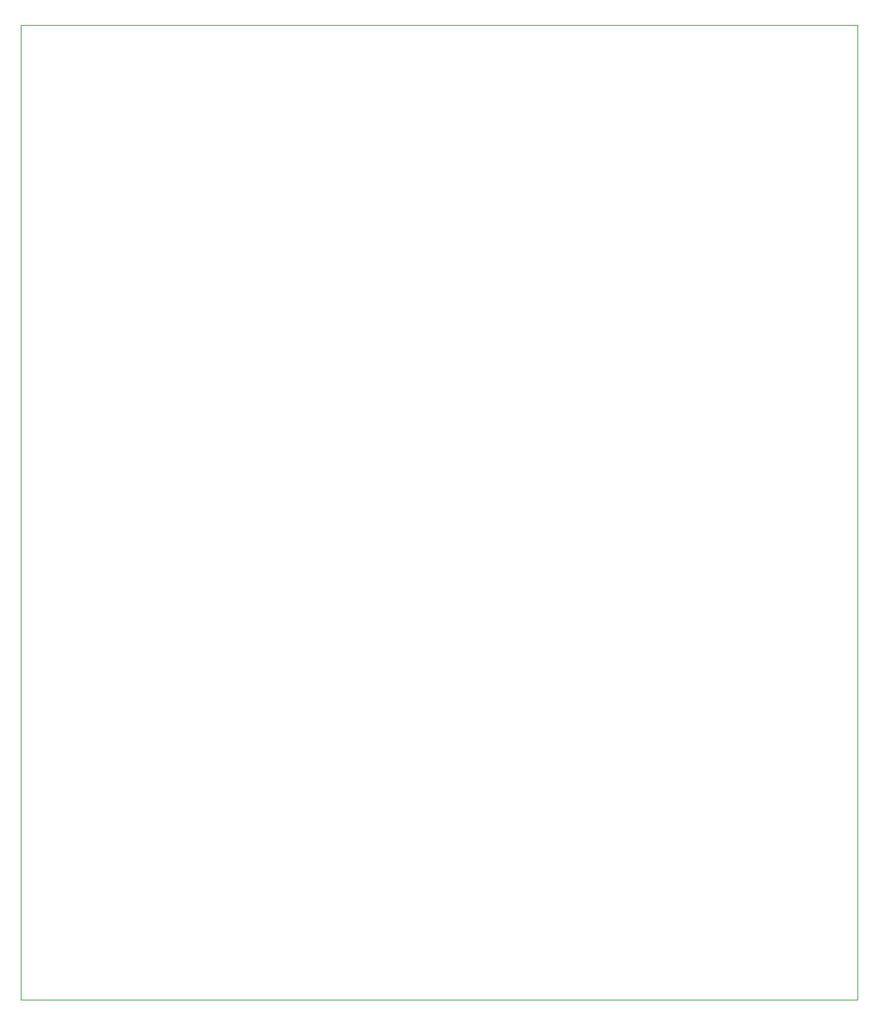
<source format=gbr>
%TF.GenerationSoftware,KiCad,Pcbnew,8.0.7*%
%TF.CreationDate,2025-01-10T09:52:23-05:00*%
%TF.ProjectId,esc,6573632e-6b69-4636-9164-5f7063625858,rev?*%
%TF.SameCoordinates,Original*%
%TF.FileFunction,Profile,NP*%
%FSLAX46Y46*%
G04 Gerber Fmt 4.6, Leading zero omitted, Abs format (unit mm)*
G04 Created by KiCad (PCBNEW 8.0.7) date 2025-01-10 09:52:23*
%MOMM*%
%LPD*%
G01*
G04 APERTURE LIST*
%TA.AperFunction,Profile*%
%ADD10C,0.050000*%
%TD*%
G04 APERTURE END LIST*
D10*
X25400000Y-24638000D02*
X127508000Y-24638000D01*
X127508000Y-143510000D01*
X25400000Y-143510000D01*
X25400000Y-24638000D01*
M02*

</source>
